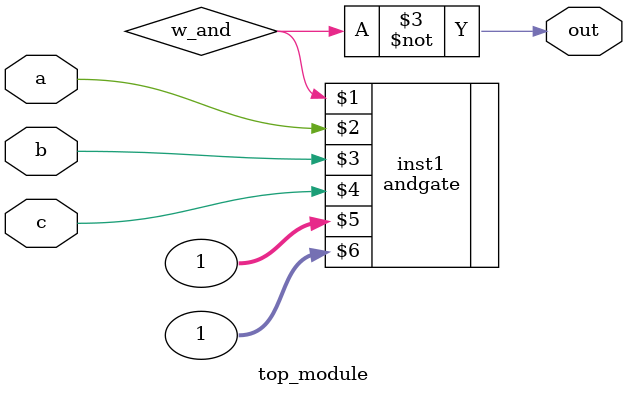
<source format=v>
module top_module (input a, input b, input c, output out);
	wire w_and;
    andgate inst1 ( w_and, a, b, c, 1, 1 );
    assign out = ~w_and;

endmodule

</source>
